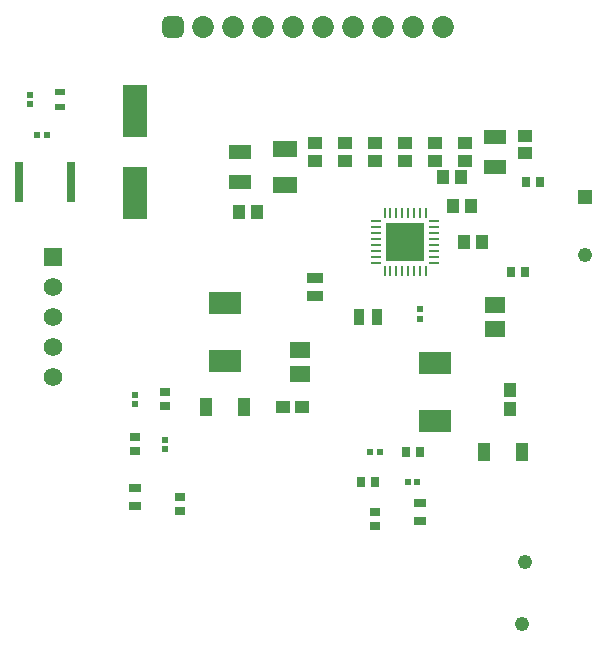
<source format=gbr>
G04*
G04 #@! TF.GenerationSoftware,Altium Limited,Altium Designer,24.0.1 (36)*
G04*
G04 Layer_Color=8388736*
%FSLAX25Y25*%
%MOIN*%
G70*
G04*
G04 #@! TF.SameCoordinates,852D5C1C-0582-447D-AFC5-A22B4F0E1159*
G04*
G04*
G04 #@! TF.FilePolarity,Negative*
G04*
G01*
G75*
%ADD18R,0.10984X0.07500*%
%ADD21R,0.01000X0.03200*%
%ADD22R,0.03200X0.01000*%
%ADD23R,0.03543X0.02953*%
%ADD24R,0.02953X0.03543*%
%ADD26R,0.03937X0.02953*%
%ADD28R,0.02047X0.02047*%
%ADD29R,0.03937X0.05906*%
%ADD30R,0.04750X0.04206*%
%ADD31R,0.02047X0.02047*%
%ADD32R,0.04206X0.04750*%
%ADD33R,0.03740X0.05315*%
%ADD34R,0.02965X0.13792*%
%ADD35R,0.03347X0.02461*%
%ADD39R,0.05315X0.03740*%
%ADD40R,0.06509X0.05524*%
%ADD41R,0.04343X0.05131*%
%ADD42R,0.03950X0.04737*%
%ADD43R,0.12800X0.12800*%
%ADD44R,0.04737X0.03950*%
%ADD45R,0.08280X0.17335*%
%ADD46R,0.07493X0.05131*%
%ADD47R,0.07887X0.05721*%
%ADD48R,0.05131X0.04343*%
%ADD49C,0.04800*%
%ADD50R,0.04800X0.04800*%
%ADD51C,0.06181*%
%ADD52R,0.06181X0.06181*%
%ADD53C,0.07296*%
G04:AMPARAMS|DCode=54|XSize=72.96mil|YSize=72.96mil|CornerRadius=20.24mil|HoleSize=0mil|Usage=FLASHONLY|Rotation=180.000|XOffset=0mil|YOffset=0mil|HoleType=Round|Shape=RoundedRectangle|*
%AMROUNDEDRECTD54*
21,1,0.07296,0.03248,0,0,180.0*
21,1,0.03248,0.07296,0,0,180.0*
1,1,0.04048,-0.01624,0.01624*
1,1,0.04048,0.01624,0.01624*
1,1,0.04048,0.01624,-0.01624*
1,1,0.04048,-0.01624,-0.01624*
%
%ADD54ROUNDEDRECTD54*%
D18*
X162500Y169549D02*
D03*
Y150451D02*
D03*
X92500Y170451D02*
D03*
Y189549D02*
D03*
D21*
X145610Y219650D02*
D03*
X147579D02*
D03*
X149547D02*
D03*
X151516D02*
D03*
X153484D02*
D03*
X155453D02*
D03*
X157421D02*
D03*
X159390D02*
D03*
Y200350D02*
D03*
X157421D02*
D03*
X155453D02*
D03*
X153484D02*
D03*
X151516D02*
D03*
X149547D02*
D03*
X147579D02*
D03*
X145610D02*
D03*
D22*
X162150Y216890D02*
D03*
Y214921D02*
D03*
Y212953D02*
D03*
Y210984D02*
D03*
Y209016D02*
D03*
Y207047D02*
D03*
Y205079D02*
D03*
Y203110D02*
D03*
X142850D02*
D03*
Y205079D02*
D03*
Y207047D02*
D03*
Y209016D02*
D03*
Y210984D02*
D03*
Y212953D02*
D03*
Y214921D02*
D03*
Y216890D02*
D03*
D23*
X77500Y124862D02*
D03*
Y120138D02*
D03*
X142500Y115138D02*
D03*
Y119862D02*
D03*
X72500Y159862D02*
D03*
Y155138D02*
D03*
X62500Y140138D02*
D03*
Y144862D02*
D03*
D24*
X192638Y230000D02*
D03*
X197362D02*
D03*
X137638Y130000D02*
D03*
X142362D02*
D03*
X157362Y140000D02*
D03*
X152638D02*
D03*
X187638Y200000D02*
D03*
X192362D02*
D03*
D26*
X157500Y117047D02*
D03*
Y122953D02*
D03*
X62500Y122047D02*
D03*
Y127953D02*
D03*
D28*
Y159075D02*
D03*
Y155925D02*
D03*
X72500Y140925D02*
D03*
Y144075D02*
D03*
X27500Y259075D02*
D03*
Y255925D02*
D03*
X157500Y184425D02*
D03*
Y187575D02*
D03*
D29*
X86201Y155000D02*
D03*
X98799D02*
D03*
X178701Y140000D02*
D03*
X191299D02*
D03*
D30*
X111749Y155000D02*
D03*
X118251D02*
D03*
D31*
X140925Y140000D02*
D03*
X144075D02*
D03*
X156575Y130000D02*
D03*
X153425D02*
D03*
X33075Y245500D02*
D03*
X29925D02*
D03*
D32*
X187500Y154249D02*
D03*
Y160751D02*
D03*
D33*
X137047Y185000D02*
D03*
X142953D02*
D03*
D34*
X41260Y230000D02*
D03*
X23740D02*
D03*
D35*
X37500Y260108D02*
D03*
Y254892D02*
D03*
D39*
X122500Y192047D02*
D03*
Y197953D02*
D03*
D40*
X117500Y166063D02*
D03*
Y173937D02*
D03*
X182500Y188937D02*
D03*
Y181063D02*
D03*
D41*
X168547Y222000D02*
D03*
X174453D02*
D03*
X165047Y231500D02*
D03*
X170953D02*
D03*
D42*
X172047Y210000D02*
D03*
X177953D02*
D03*
X97047Y220000D02*
D03*
X102953D02*
D03*
D43*
X152500Y210000D02*
D03*
D44*
Y237047D02*
D03*
Y242953D02*
D03*
X192500Y239547D02*
D03*
Y245453D02*
D03*
X172500Y237047D02*
D03*
Y242953D02*
D03*
X132500Y237047D02*
D03*
Y242953D02*
D03*
X142500Y237047D02*
D03*
Y242953D02*
D03*
X162500Y237047D02*
D03*
Y242953D02*
D03*
D45*
X62500Y226220D02*
D03*
Y253780D02*
D03*
D46*
X97500Y240118D02*
D03*
Y229882D02*
D03*
X182500Y234882D02*
D03*
Y245118D02*
D03*
D47*
X112500Y228996D02*
D03*
Y241004D02*
D03*
D48*
X122500Y237047D02*
D03*
Y242953D02*
D03*
D49*
X212500Y205787D02*
D03*
X191500Y82500D02*
D03*
X192500Y103184D02*
D03*
D50*
X212500Y225000D02*
D03*
D51*
X35000Y165000D02*
D03*
Y175000D02*
D03*
Y185000D02*
D03*
Y195000D02*
D03*
D52*
Y205000D02*
D03*
D53*
X125000Y281594D02*
D03*
X115000D02*
D03*
X105000D02*
D03*
X85000D02*
D03*
X95000D02*
D03*
X135000D02*
D03*
X145000D02*
D03*
X155000D02*
D03*
X165000D02*
D03*
D54*
X75000D02*
D03*
M02*

</source>
